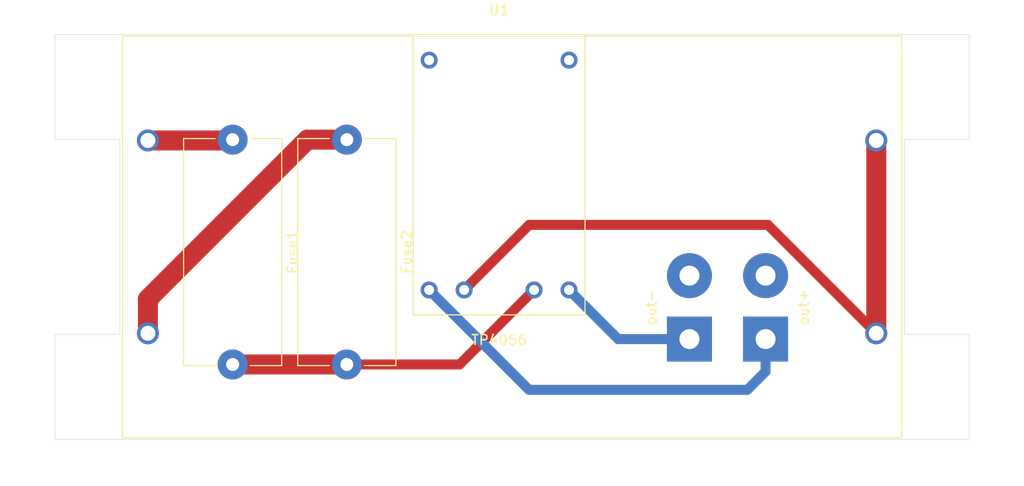
<source format=kicad_pcb>
(kicad_pcb (version 20171130) (host pcbnew "(5.1.5-0-10_14)")

  (general
    (thickness 1.6)
    (drawings 12)
    (tracks 19)
    (zones 0)
    (modules 10)
    (nets 9)
  )

  (page A4)
  (layers
    (0 F.Cu signal)
    (31 B.Cu signal)
    (32 B.Adhes user)
    (33 F.Adhes user)
    (34 B.Paste user)
    (35 F.Paste user)
    (36 B.SilkS user)
    (37 F.SilkS user)
    (38 B.Mask user)
    (39 F.Mask user)
    (40 Dwgs.User user)
    (41 Cmts.User user)
    (42 Eco1.User user)
    (43 Eco2.User user)
    (44 Edge.Cuts user)
    (45 Margin user)
    (46 B.CrtYd user)
    (47 F.CrtYd user)
    (48 B.Fab user)
    (49 F.Fab user)
  )

  (setup
    (last_trace_width 0.25)
    (user_trace_width 1)
    (user_trace_width 2)
    (trace_clearance 0.2)
    (zone_clearance 0.508)
    (zone_45_only no)
    (trace_min 0.2)
    (via_size 0.8)
    (via_drill 0.4)
    (via_min_size 0.4)
    (via_min_drill 0.3)
    (uvia_size 0.3)
    (uvia_drill 0.1)
    (uvias_allowed no)
    (uvia_min_size 0.2)
    (uvia_min_drill 0.1)
    (edge_width 0.05)
    (segment_width 0.2)
    (pcb_text_width 0.3)
    (pcb_text_size 1.5 1.5)
    (mod_edge_width 0.12)
    (mod_text_size 1 1)
    (mod_text_width 0.15)
    (pad_size 1.524 1.524)
    (pad_drill 0.762)
    (pad_to_mask_clearance 0.051)
    (solder_mask_min_width 0.25)
    (aux_axis_origin 0 0)
    (visible_elements FFFFFF7F)
    (pcbplotparams
      (layerselection 0x010f0_ffffffff)
      (usegerberextensions false)
      (usegerberattributes false)
      (usegerberadvancedattributes false)
      (creategerberjobfile false)
      (excludeedgelayer true)
      (linewidth 0.100000)
      (plotframeref false)
      (viasonmask false)
      (mode 1)
      (useauxorigin false)
      (hpglpennumber 1)
      (hpglpenspeed 20)
      (hpglpendiameter 15.000000)
      (psnegative false)
      (psa4output false)
      (plotreference true)
      (plotvalue true)
      (plotinvisibletext false)
      (padsonsilk false)
      (subtractmaskfromsilk false)
      (outputformat 1)
      (mirror false)
      (drillshape 0)
      (scaleselection 1)
      (outputdirectory ""))
  )

  (net 0 "")
  (net 1 "Net-(B1-Pad1)")
  (net 2 "Net-(B1-Pad3)")
  (net 3 "Net-(B1-Pad2)")
  (net 4 "Net-(F1-Pad1)")
  (net 5 "Net-(J1-Pad1)")
  (net 6 "Net-(J2-Pad1)")
  (net 7 "Net-(U1-Pad5)")
  (net 8 "Net-(U1-Pad6)")

  (net_class Default "This is the default net class."
    (clearance 0.2)
    (trace_width 0.25)
    (via_dia 0.8)
    (via_drill 0.4)
    (uvia_dia 0.3)
    (uvia_drill 0.1)
    (add_net "Net-(B1-Pad1)")
    (add_net "Net-(B1-Pad2)")
    (add_net "Net-(B1-Pad3)")
    (add_net "Net-(F1-Pad1)")
    (add_net "Net-(J1-Pad1)")
    (add_net "Net-(J2-Pad1)")
    (add_net "Net-(U1-Pad5)")
    (add_net "Net-(U1-Pad6)")
  )

  (module MountingHole:MountingHole_3.5mm (layer F.Cu) (tedit 56D1B4CB) (tstamp 5EEBDA77)
    (at 88.95 35.25)
    (descr "Mounting Hole 3.5mm, no annular")
    (tags "mounting hole 3.5mm no annular")
    (attr virtual)
    (fp_text reference REF** (at 0 -4.5) (layer F.Fab)
      (effects (font (size 1 1) (thickness 0.15)))
    )
    (fp_text value MountingHole_3.5mm (at 0 4.5) (layer F.Fab)
      (effects (font (size 1 1) (thickness 0.15)))
    )
    (fp_circle (center 0 0) (end 3.75 0) (layer F.CrtYd) (width 0.05))
    (fp_circle (center 0 0) (end 3.5 0) (layer Cmts.User) (width 0.15))
    (fp_text user %R (at 0.3 0) (layer F.Fab)
      (effects (font (size 1 1) (thickness 0.15)))
    )
    (pad 1 np_thru_hole circle (at 0 0) (size 3.5 3.5) (drill 3.5) (layers *.Cu *.Mask))
  )

  (module MountingHole:MountingHole_3.5mm (layer F.Cu) (tedit 56D1B4CB) (tstamp 5EEBDA53)
    (at 88.95 5.25)
    (descr "Mounting Hole 3.5mm, no annular")
    (tags "mounting hole 3.5mm no annular")
    (attr virtual)
    (fp_text reference REF** (at 0 -4.5) (layer F.Fab)
      (effects (font (size 1 1) (thickness 0.15)))
    )
    (fp_text value MountingHole_3.5mm (at -0.05 3.64) (layer F.Fab)
      (effects (font (size 1 1) (thickness 0.15)))
    )
    (fp_circle (center 0 0) (end 3.75 0) (layer F.CrtYd) (width 0.05))
    (fp_circle (center 0 0) (end 3.5 0) (layer Cmts.User) (width 0.15))
    (fp_text user %R (at 0.3 0) (layer F.Fab)
      (effects (font (size 1 1) (thickness 0.15)))
    )
    (pad 1 np_thru_hole circle (at 0 0) (size 3.5 3.5) (drill 3.5) (layers *.Cu *.Mask))
  )

  (module MountingHole:MountingHole_3.5mm (layer F.Cu) (tedit 56D1B4CB) (tstamp 5EEBDA2F)
    (at 2.55 35.25)
    (descr "Mounting Hole 3.5mm, no annular")
    (tags "mounting hole 3.5mm no annular")
    (attr virtual)
    (fp_text reference REF** (at 0 -4.5) (layer F.Fab)
      (effects (font (size 1 1) (thickness 0.15)))
    )
    (fp_text value MountingHole_3.5mm (at 0 4.5) (layer F.Fab)
      (effects (font (size 1 1) (thickness 0.15)))
    )
    (fp_circle (center 0 0) (end 3.75 0) (layer F.CrtYd) (width 0.05))
    (fp_circle (center 0 0) (end 3.5 0) (layer Cmts.User) (width 0.15))
    (fp_text user %R (at 0.3 0) (layer F.Fab)
      (effects (font (size 1 1) (thickness 0.15)))
    )
    (pad 1 np_thru_hole circle (at 0 0) (size 3.5 3.5) (drill 3.5) (layers *.Cu *.Mask))
  )

  (module MountingHole:MountingHole_3.5mm (layer F.Cu) (tedit 56D1B4CB) (tstamp 5EEBDA0B)
    (at 2.55 5.25)
    (descr "Mounting Hole 3.5mm, no annular")
    (tags "mounting hole 3.5mm no annular")
    (attr virtual)
    (fp_text reference REF** (at 0 -4.5) (layer F.Fab)
      (effects (font (size 1 1) (thickness 0.15)))
    )
    (fp_text value MountingHole_3.5mm (at 0 4.5) (layer F.Fab)
      (effects (font (size 1 1) (thickness 0.15)))
    )
    (fp_circle (center 0 0) (end 3.75 0) (layer F.CrtYd) (width 0.05))
    (fp_circle (center 0 0) (end 3.5 0) (layer Cmts.User) (width 0.15))
    (fp_text user %R (at 0.3 0) (layer F.Fab)
      (effects (font (size 1 1) (thickness 0.15)))
    )
    (pad 1 np_thru_hole circle (at 0 0) (size 3.5 3.5) (drill 3.5) (layers *.Cu *.Mask))
  )

  (module "Components power:Batteryholder2x18650" (layer F.Cu) (tedit 5EEB7102) (tstamp 5EEBD2FE)
    (at 45.75 20.25)
    (path /5EF20124)
    (fp_text reference B1 (at 0 24.13) (layer F.Fab)
      (effects (font (size 1 1) (thickness 0.15)))
    )
    (fp_text value Batteryholder2x18650 (at 0 -22.86) (layer F.Fab)
      (effects (font (size 1 1) (thickness 0.15)))
    )
    (fp_line (start 38.99 -20.11) (end 38.99 20.11) (layer F.SilkS) (width 0.12))
    (fp_line (start 38.99 20.11) (end -38.99 20.11) (layer F.SilkS) (width 0.12))
    (fp_line (start -38.99 -20.11) (end 38.99 -20.11) (layer F.SilkS) (width 0.12))
    (fp_line (start -38.99 20.11) (end -38.99 -20.11) (layer F.SilkS) (width 0.12))
    (pad 1 thru_hole circle (at -36.45 -9.65) (size 2.2 2.2) (drill 1.5) (layers *.Cu *.Mask)
      (net 1 "Net-(B1-Pad1)"))
    (pad 3 thru_hole circle (at -36.45 9.65) (size 2.2 2.2) (drill 1.5) (layers *.Cu *.Mask)
      (net 2 "Net-(B1-Pad3)"))
    (pad 4 thru_hole circle (at 36.45 9.65) (size 2.2 2.2) (drill 1.5) (layers *.Cu *.Mask)
      (net 3 "Net-(B1-Pad2)"))
    (pad 2 thru_hole circle (at 36.45 -9.65) (size 2.2 2.2) (drill 1.5) (layers *.Cu *.Mask)
      (net 3 "Net-(B1-Pad2)"))
  )

  (module Fuse:Fuseholder_Cylinder-5x20mm_Schurter_0031_8201_Horizontal_Open (layer F.Cu) (tedit 5D717D34) (tstamp 5EEBD314)
    (at 17.78 33.02 90)
    (descr "Fuseholder horizontal open, 5x20mm, 500V, 16A, Schurter 0031.8201, https://us.schurter.com/bundles/snceschurter/epim/_ProdPool_/newDS/en/typ_OGN.pdf")
    (tags "Fuseholder horizontal open 5x20 Schurter 0031.8201")
    (path /5EF208D7)
    (fp_text reference F1 (at 11.25 -6 90) (layer F.Fab)
      (effects (font (size 1 1) (thickness 0.15)))
    )
    (fp_text value Fuse1 (at 11.25 6 90) (layer F.SilkS)
      (effects (font (size 1 1) (thickness 0.15)))
    )
    (fp_text user %R (at 11.25 4 90) (layer F.Fab)
      (effects (font (size 1 1) (thickness 0.15)))
    )
    (fp_line (start 0 -4.8) (end 0 4.8) (layer F.Fab) (width 0.1))
    (fp_line (start 0 4.8) (end 22.5 4.8) (layer F.Fab) (width 0.1))
    (fp_line (start 22.5 4.8) (end 22.5 -4.8) (layer F.Fab) (width 0.1))
    (fp_line (start 22.5 -4.8) (end 0 -4.8) (layer F.Fab) (width 0.1))
    (fp_line (start -1.75 5.05) (end -1.75 -5.05) (layer F.CrtYd) (width 0.05))
    (fp_line (start 22.61 4.91) (end 22.61 1.75) (layer F.SilkS) (width 0.12))
    (fp_line (start 22.61 -1.75) (end 22.61 -4.91) (layer F.SilkS) (width 0.12))
    (fp_line (start -0.11 -1.75) (end -0.11 -4.91) (layer F.SilkS) (width 0.12))
    (fp_line (start -0.11 -4.91) (end 22.61 -4.91) (layer F.SilkS) (width 0.12))
    (fp_line (start 24.25 5.05) (end -1.75 5.05) (layer F.CrtYd) (width 0.05))
    (fp_line (start -1.75 -5.05) (end 24.25 -5.05) (layer F.CrtYd) (width 0.05))
    (fp_line (start -0.11 4.91) (end 22.61 4.91) (layer F.SilkS) (width 0.12))
    (fp_line (start 24.25 -5.05) (end 24.25 5.05) (layer F.CrtYd) (width 0.05))
    (fp_line (start -0.11 4.91) (end -0.11 1.75) (layer F.SilkS) (width 0.12))
    (pad 1 thru_hole circle (at 0 0 90) (size 3 3) (drill 1.3) (layers *.Cu *.Mask)
      (net 4 "Net-(F1-Pad1)"))
    (pad 2 thru_hole circle (at 22.5 0 90) (size 3 3) (drill 1.3) (layers *.Cu *.Mask)
      (net 1 "Net-(B1-Pad1)"))
    (pad "" np_thru_hole circle (at 11.25 0 90) (size 2.7 2.7) (drill 2.7) (layers *.Cu *.Mask))
    (model ${KISYS3DMOD}/Fuse.3dshapes/Fuseholder_Cylinder-5x20mm_Schurter_0031_8201_Horizontal_Open.wrl
      (at (xyz 0 0 0))
      (scale (xyz 1 1 1))
      (rotate (xyz 0 0 0))
    )
  )

  (module Fuse:Fuseholder_Cylinder-5x20mm_Schurter_0031_8201_Horizontal_Open (layer F.Cu) (tedit 5D717D34) (tstamp 5EEBD32A)
    (at 29.21 33.02 90)
    (descr "Fuseholder horizontal open, 5x20mm, 500V, 16A, Schurter 0031.8201, https://us.schurter.com/bundles/snceschurter/epim/_ProdPool_/newDS/en/typ_OGN.pdf")
    (tags "Fuseholder horizontal open 5x20 Schurter 0031.8201")
    (path /5EF20E60)
    (fp_text reference F2 (at 11.25 -6 270) (layer F.Fab)
      (effects (font (size 1 1) (thickness 0.15)))
    )
    (fp_text value Fuse2 (at 11.25 6 270) (layer F.SilkS)
      (effects (font (size 1 1) (thickness 0.15)))
    )
    (fp_line (start -0.11 4.91) (end -0.11 1.75) (layer F.SilkS) (width 0.12))
    (fp_line (start 24.25 -5.05) (end 24.25 5.05) (layer F.CrtYd) (width 0.05))
    (fp_line (start -0.11 4.91) (end 22.61 4.91) (layer F.SilkS) (width 0.12))
    (fp_line (start -1.75 -5.05) (end 24.25 -5.05) (layer F.CrtYd) (width 0.05))
    (fp_line (start 24.25 5.05) (end -1.75 5.05) (layer F.CrtYd) (width 0.05))
    (fp_line (start -0.11 -4.91) (end 22.61 -4.91) (layer F.SilkS) (width 0.12))
    (fp_line (start -0.11 -1.75) (end -0.11 -4.91) (layer F.SilkS) (width 0.12))
    (fp_line (start 22.61 -1.75) (end 22.61 -4.91) (layer F.SilkS) (width 0.12))
    (fp_line (start 22.61 4.91) (end 22.61 1.75) (layer F.SilkS) (width 0.12))
    (fp_line (start -1.75 5.05) (end -1.75 -5.05) (layer F.CrtYd) (width 0.05))
    (fp_line (start 22.5 -4.8) (end 0 -4.8) (layer F.Fab) (width 0.1))
    (fp_line (start 22.5 4.8) (end 22.5 -4.8) (layer F.Fab) (width 0.1))
    (fp_line (start 0 4.8) (end 22.5 4.8) (layer F.Fab) (width 0.1))
    (fp_line (start 0 -4.8) (end 0 4.8) (layer F.Fab) (width 0.1))
    (fp_text user %R (at 11.25 4 270) (layer F.Fab)
      (effects (font (size 1 1) (thickness 0.15)))
    )
    (pad "" np_thru_hole circle (at 11.25 0 90) (size 2.7 2.7) (drill 2.7) (layers *.Cu *.Mask))
    (pad 2 thru_hole circle (at 22.5 0 90) (size 3 3) (drill 1.3) (layers *.Cu *.Mask)
      (net 2 "Net-(B1-Pad3)"))
    (pad 1 thru_hole circle (at 0 0 90) (size 3 3) (drill 1.3) (layers *.Cu *.Mask)
      (net 4 "Net-(F1-Pad1)"))
    (model ${KISYS3DMOD}/Fuse.3dshapes/Fuseholder_Cylinder-5x20mm_Schurter_0031_8201_Horizontal_Open.wrl
      (at (xyz 0 0 0))
      (scale (xyz 1 1 1))
      (rotate (xyz 0 0 0))
    )
  )

  (module Connector_Wire:SolderWirePad_1x02_P7.62mm_Drill2mm (layer F.Cu) (tedit 5AEE5F3D) (tstamp 5EEBD335)
    (at 63.5 30.48 90)
    (descr "Wire solder connection")
    (tags connector)
    (path /5EF1C408)
    (attr virtual)
    (fp_text reference J1 (at 5.08 -5.08 90) (layer F.Fab)
      (effects (font (size 1 1) (thickness 0.15)))
    )
    (fp_text value out- (at 3.175 -3.81 90) (layer F.SilkS)
      (effects (font (size 1 1) (thickness 0.15)))
    )
    (fp_line (start 9.09 2.75) (end -2.75 2.75) (layer F.CrtYd) (width 0.05))
    (fp_line (start 9.09 2.75) (end 9.09 -2.75) (layer F.CrtYd) (width 0.05))
    (fp_line (start -2.75 -2.75) (end -2.75 2.75) (layer F.CrtYd) (width 0.05))
    (fp_line (start -2.75 -2.75) (end 9.09 -2.75) (layer F.CrtYd) (width 0.05))
    (fp_text user %R (at 3.175 0 90) (layer F.Fab)
      (effects (font (size 1 1) (thickness 0.15)))
    )
    (pad 2 thru_hole circle (at 6.35 0 90) (size 4.50088 4.50088) (drill 1.99898) (layers *.Cu *.Mask))
    (pad 1 thru_hole rect (at 0 0 90) (size 4.50088 4.50088) (drill 1.99898) (layers *.Cu *.Mask)
      (net 5 "Net-(J1-Pad1)"))
  )

  (module Connector_Wire:SolderWirePad_1x02_P7.62mm_Drill2mm (layer F.Cu) (tedit 5AEE5F3D) (tstamp 5EEBD340)
    (at 71.12 30.48 90)
    (descr "Wire solder connection")
    (tags connector)
    (path /5EF1C88A)
    (attr virtual)
    (fp_text reference J2 (at 3.175 -3.81 90) (layer F.Fab)
      (effects (font (size 1 1) (thickness 0.15)))
    )
    (fp_text value out+ (at 3.175 3.81 90) (layer F.SilkS)
      (effects (font (size 1 1) (thickness 0.15)))
    )
    (fp_line (start 9.09 2.75) (end -2.75 2.75) (layer F.CrtYd) (width 0.05))
    (fp_line (start 9.09 2.75) (end 9.09 -2.75) (layer F.CrtYd) (width 0.05))
    (fp_line (start -2.75 -2.75) (end -2.75 2.75) (layer F.CrtYd) (width 0.05))
    (fp_line (start -2.75 -2.75) (end 9.09 -2.75) (layer F.CrtYd) (width 0.05))
    (fp_text user %R (at 3.175 0 90) (layer F.Fab)
      (effects (font (size 1 1) (thickness 0.15)))
    )
    (pad 2 thru_hole circle (at 6.35 0 90) (size 4.50088 4.50088) (drill 1.99898) (layers *.Cu *.Mask))
    (pad 1 thru_hole rect (at 0 0 90) (size 4.50088 4.50088) (drill 1.99898) (layers *.Cu *.Mask)
      (net 6 "Net-(J2-Pad1)"))
  )

  (module "Components power:TP4056" (layer F.Cu) (tedit 5EB3F8E3) (tstamp 5EEBD34E)
    (at 44.45 14.060001 180)
    (path /5EF1CC6B)
    (fp_text reference U1 (at 0 16.51) (layer F.SilkS)
      (effects (font (size 1 1) (thickness 0.15)))
    )
    (fp_text value TP4056 (at 0 -16.51) (layer F.SilkS)
      (effects (font (size 1 1) (thickness 0.15)))
    )
    (fp_line (start -8.6 -14) (end 8.6 -14) (layer F.SilkS) (width 0.12))
    (fp_line (start 8.6 -14) (end 8.6 14) (layer F.SilkS) (width 0.12))
    (fp_line (start -8.6 14) (end 8.6 14) (layer F.SilkS) (width 0.12))
    (fp_line (start -8.6 -14) (end -8.6 14) (layer F.SilkS) (width 0.12))
    (pad 1 thru_hole circle (at -7 -11.5 180) (size 1.7 1.7) (drill 1) (layers *.Cu *.Mask)
      (net 5 "Net-(J1-Pad1)"))
    (pad 2 thru_hole circle (at -3.5 -11.5 180) (size 1.7 1.7) (drill 1) (layers *.Cu *.Mask)
      (net 4 "Net-(F1-Pad1)"))
    (pad 3 thru_hole circle (at 3.5 -11.5 180) (size 1.7 1.7) (drill 1) (layers *.Cu *.Mask)
      (net 3 "Net-(B1-Pad2)"))
    (pad 4 thru_hole circle (at 7 -11.5 180) (size 1.7 1.7) (drill 1) (layers *.Cu *.Mask)
      (net 6 "Net-(J2-Pad1)"))
    (pad 5 thru_hole circle (at 7 11.5 180) (size 1.7 1.7) (drill 1) (layers *.Cu *.Mask)
      (net 7 "Net-(U1-Pad5)"))
    (pad 6 thru_hole circle (at -7 11.5 180) (size 1.7 1.7) (drill 1) (layers *.Cu *.Mask)
      (net 8 "Net-(U1-Pad6)"))
  )

  (gr_line (start 6.5 30) (end 0 30) (layer Edge.Cuts) (width 0.05) (tstamp 5EEBDC82))
  (gr_line (start 0 10.5) (end 6.5 10.5) (layer Edge.Cuts) (width 0.05) (tstamp 5EEBDC81))
  (gr_line (start 85 30) (end 91.5 30) (layer Edge.Cuts) (width 0.05) (tstamp 5EEBDC7E))
  (gr_line (start 91.5 10.5) (end 85 10.5) (layer Edge.Cuts) (width 0.05) (tstamp 5EEBDC7D))
  (gr_line (start 85 30) (end 85 10.5) (layer Edge.Cuts) (width 0.05))
  (gr_line (start 6.5 30) (end 6.5 10.5) (layer Edge.Cuts) (width 0.05))
  (gr_line (start 0 40.5) (end 0 30) (layer Edge.Cuts) (width 0.05))
  (gr_line (start 91.5 40.5) (end 91.5 30) (layer Edge.Cuts) (width 0.05))
  (gr_line (start 0 0) (end 0 10.5) (layer Edge.Cuts) (width 0.05))
  (gr_line (start 0 40.5) (end 91.5 40.5) (layer Edge.Cuts) (width 0.05))
  (gr_line (start 91.5 0) (end 91.5 10.5) (layer Edge.Cuts) (width 0.05))
  (gr_line (start 0 0) (end 91.5 0) (layer Edge.Cuts) (width 0.05))

  (segment (start 17.7 10.6) (end 17.78 10.52) (width 2) (layer F.Cu) (net 1))
  (segment (start 9.3 10.6) (end 17.7 10.6) (width 2) (layer F.Cu) (net 1))
  (segment (start 9.3 26.475998) (end 25.255998 10.52) (width 2) (layer F.Cu) (net 2))
  (segment (start 27.08868 10.52) (end 29.21 10.52) (width 2) (layer F.Cu) (net 2))
  (segment (start 25.255998 10.52) (end 27.08868 10.52) (width 2) (layer F.Cu) (net 2))
  (segment (start 9.3 29.9) (end 9.3 26.475998) (width 2) (layer F.Cu) (net 2))
  (segment (start 82.2 10.6) (end 82.2 29.9) (width 2) (layer F.Cu) (net 3))
  (segment (start 82.2 29.9) (end 71.35 19.05) (width 1) (layer F.Cu) (net 3))
  (segment (start 47.460001 19.05) (end 40.95 25.560001) (width 1) (layer F.Cu) (net 3))
  (segment (start 71.35 19.05) (end 47.460001 19.05) (width 1) (layer F.Cu) (net 3))
  (segment (start 17.78 33.02) (end 29.21 33.02) (width 2) (layer F.Cu) (net 4))
  (segment (start 40.490001 33.02) (end 47.95 25.560001) (width 1) (layer F.Cu) (net 4))
  (segment (start 29.21 33.02) (end 40.490001 33.02) (width 1) (layer F.Cu) (net 4))
  (segment (start 56.369999 30.48) (end 63.5 30.48) (width 1) (layer B.Cu) (net 5))
  (segment (start 51.45 25.560001) (end 56.369999 30.48) (width 1) (layer B.Cu) (net 5))
  (segment (start 37.45 25.560001) (end 47.449999 35.56) (width 1) (layer B.Cu) (net 6))
  (segment (start 69.29044 35.56) (end 71.12 33.73044) (width 1) (layer B.Cu) (net 6))
  (segment (start 71.12 33.73044) (end 71.12 30.48) (width 1) (layer B.Cu) (net 6))
  (segment (start 47.449999 35.56) (end 69.29044 35.56) (width 1) (layer B.Cu) (net 6))

)

</source>
